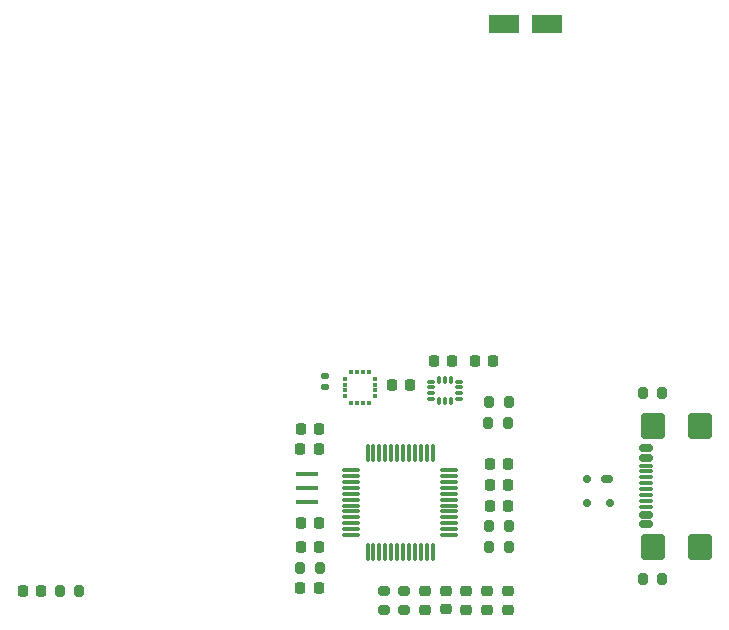
<source format=gbr>
%TF.GenerationSoftware,KiCad,Pcbnew,8.0.5-8.0.5-0~ubuntu24.04.1*%
%TF.CreationDate,2025-02-20T13:25:03+01:00*%
%TF.ProjectId,dev_board_M0,6465765f-626f-4617-9264-5f4d302e6b69,rev?*%
%TF.SameCoordinates,Original*%
%TF.FileFunction,Paste,Top*%
%TF.FilePolarity,Positive*%
%FSLAX46Y46*%
G04 Gerber Fmt 4.6, Leading zero omitted, Abs format (unit mm)*
G04 Created by KiCad (PCBNEW 8.0.5-8.0.5-0~ubuntu24.04.1) date 2025-02-20 13:25:03*
%MOMM*%
%LPD*%
G01*
G04 APERTURE LIST*
G04 Aperture macros list*
%AMRoundRect*
0 Rectangle with rounded corners*
0 $1 Rounding radius*
0 $2 $3 $4 $5 $6 $7 $8 $9 X,Y pos of 4 corners*
0 Add a 4 corners polygon primitive as box body*
4,1,4,$2,$3,$4,$5,$6,$7,$8,$9,$2,$3,0*
0 Add four circle primitives for the rounded corners*
1,1,$1+$1,$2,$3*
1,1,$1+$1,$4,$5*
1,1,$1+$1,$6,$7*
1,1,$1+$1,$8,$9*
0 Add four rect primitives between the rounded corners*
20,1,$1+$1,$2,$3,$4,$5,0*
20,1,$1+$1,$4,$5,$6,$7,0*
20,1,$1+$1,$6,$7,$8,$9,0*
20,1,$1+$1,$8,$9,$2,$3,0*%
G04 Aperture macros list end*
%ADD10RoundRect,0.218750X-0.218750X-0.256250X0.218750X-0.256250X0.218750X0.256250X-0.218750X0.256250X0*%
%ADD11RoundRect,0.200000X-0.200000X-0.275000X0.200000X-0.275000X0.200000X0.275000X-0.200000X0.275000X0*%
%ADD12RoundRect,0.225000X-0.225000X-0.250000X0.225000X-0.250000X0.225000X0.250000X-0.225000X0.250000X0*%
%ADD13RoundRect,0.250000X-1.050000X-0.550000X1.050000X-0.550000X1.050000X0.550000X-1.050000X0.550000X0*%
%ADD14RoundRect,0.225000X0.225000X0.250000X-0.225000X0.250000X-0.225000X-0.250000X0.225000X-0.250000X0*%
%ADD15RoundRect,0.200000X-0.275000X0.200000X-0.275000X-0.200000X0.275000X-0.200000X0.275000X0.200000X0*%
%ADD16RoundRect,0.075000X-0.662500X-0.075000X0.662500X-0.075000X0.662500X0.075000X-0.662500X0.075000X0*%
%ADD17RoundRect,0.075000X-0.075000X-0.662500X0.075000X-0.662500X0.075000X0.662500X-0.075000X0.662500X0*%
%ADD18RoundRect,0.087500X0.225000X0.087500X-0.225000X0.087500X-0.225000X-0.087500X0.225000X-0.087500X0*%
%ADD19RoundRect,0.087500X0.087500X0.225000X-0.087500X0.225000X-0.087500X-0.225000X0.087500X-0.225000X0*%
%ADD20RoundRect,0.175000X-0.325000X0.175000X-0.325000X-0.175000X0.325000X-0.175000X0.325000X0.175000X0*%
%ADD21RoundRect,0.150000X-0.150000X0.200000X-0.150000X-0.200000X0.150000X-0.200000X0.150000X0.200000X0*%
%ADD22RoundRect,0.250000X0.750000X-0.840000X0.750000X0.840000X-0.750000X0.840000X-0.750000X-0.840000X0*%
%ADD23RoundRect,0.150000X0.425000X-0.150000X0.425000X0.150000X-0.425000X0.150000X-0.425000X-0.150000X0*%
%ADD24RoundRect,0.075000X0.500000X-0.075000X0.500000X0.075000X-0.500000X0.075000X-0.500000X-0.075000X0*%
%ADD25RoundRect,0.218750X-0.256250X0.218750X-0.256250X-0.218750X0.256250X-0.218750X0.256250X0.218750X0*%
%ADD26RoundRect,0.140000X-0.170000X0.140000X-0.170000X-0.140000X0.170000X-0.140000X0.170000X0.140000X0*%
%ADD27R,0.450000X0.300000*%
%ADD28R,0.300000X0.450000*%
%ADD29RoundRect,0.225000X-0.250000X0.225000X-0.250000X-0.225000X0.250000X-0.225000X0.250000X0.225000X0*%
%ADD30RoundRect,0.218750X0.256250X-0.218750X0.256250X0.218750X-0.256250X0.218750X-0.256250X-0.218750X0*%
%ADD31R,1.900000X0.400000*%
%ADD32RoundRect,0.200000X0.200000X0.275000X-0.200000X0.275000X-0.200000X-0.275000X0.200000X-0.275000X0*%
G04 APERTURE END LIST*
D10*
%TO.C,D5*%
X87425000Y-86250000D03*
X89000000Y-86250000D03*
%TD*%
D11*
%TO.C,R1*%
X90562500Y-86250000D03*
X92212500Y-86250000D03*
%TD*%
%TO.C,R7*%
X126950000Y-82500000D03*
X128600000Y-82500000D03*
%TD*%
D12*
%TO.C,C20*%
X127000000Y-75500000D03*
X128550000Y-75500000D03*
%TD*%
%TO.C,C4*%
X125725000Y-66750000D03*
X127275000Y-66750000D03*
%TD*%
D13*
%TO.C,C2*%
X128200000Y-38250000D03*
X131800000Y-38250000D03*
%TD*%
D11*
%TO.C,R14*%
X139920000Y-69500000D03*
X141570000Y-69500000D03*
%TD*%
D14*
%TO.C,C18*%
X112525000Y-82500000D03*
X110975000Y-82500000D03*
%TD*%
D11*
%TO.C,R8*%
X126950000Y-80750000D03*
X128600000Y-80750000D03*
%TD*%
D15*
%TO.C,R5*%
X118000000Y-86212500D03*
X118000000Y-87862500D03*
%TD*%
D11*
%TO.C,R13*%
X139920000Y-85250000D03*
X141570000Y-85250000D03*
%TD*%
D14*
%TO.C,C21*%
X112500000Y-86000000D03*
X110950000Y-86000000D03*
%TD*%
D16*
%TO.C,U2*%
X115225000Y-76000000D03*
X115225000Y-76500000D03*
X115225000Y-77000000D03*
X115225000Y-77500000D03*
X115225000Y-78000000D03*
X115225000Y-78500000D03*
X115225000Y-79000000D03*
X115225000Y-79500000D03*
X115225000Y-80000000D03*
X115225000Y-80500000D03*
X115225000Y-81000000D03*
X115225000Y-81500000D03*
D17*
X116637500Y-82912500D03*
X117137500Y-82912500D03*
X117637500Y-82912500D03*
X118137500Y-82912500D03*
X118637500Y-82912500D03*
X119137500Y-82912500D03*
X119637500Y-82912500D03*
X120137500Y-82912500D03*
X120637500Y-82912500D03*
X121137500Y-82912500D03*
X121637500Y-82912500D03*
X122137500Y-82912500D03*
D16*
X123550000Y-81500000D03*
X123550000Y-81000000D03*
X123550000Y-80500000D03*
X123550000Y-80000000D03*
X123550000Y-79500000D03*
X123550000Y-79000000D03*
X123550000Y-78500000D03*
X123550000Y-78000000D03*
X123550000Y-77500000D03*
X123550000Y-77000000D03*
X123550000Y-76500000D03*
X123550000Y-76000000D03*
D17*
X122137500Y-74587500D03*
X121637500Y-74587500D03*
X121137500Y-74587500D03*
X120637500Y-74587500D03*
X120137500Y-74587500D03*
X119637500Y-74587500D03*
X119137500Y-74587500D03*
X118637500Y-74587500D03*
X118137500Y-74587500D03*
X117637500Y-74587500D03*
X117137500Y-74587500D03*
X116637500Y-74587500D03*
%TD*%
D14*
%TO.C,C15*%
X112500000Y-74250000D03*
X110950000Y-74250000D03*
%TD*%
D18*
%TO.C,U1*%
X124375000Y-70000000D03*
X124375000Y-69500000D03*
X124375000Y-69000000D03*
X124375000Y-68500000D03*
D19*
X123712500Y-68337500D03*
X123212500Y-68337500D03*
X122712500Y-68337500D03*
D18*
X122050000Y-68500000D03*
X122050000Y-69000000D03*
X122050000Y-69500000D03*
X122050000Y-70000000D03*
D19*
X122712500Y-70162500D03*
X123212500Y-70162500D03*
X123712500Y-70162500D03*
%TD*%
D20*
%TO.C,D6*%
X136945000Y-76750000D03*
D21*
X135245000Y-76750000D03*
X135245000Y-78750000D03*
X137145000Y-78750000D03*
%TD*%
D22*
%TO.C,J1*%
X144750000Y-72250000D03*
X140820000Y-72250000D03*
X144750000Y-82470000D03*
X140820000Y-82470000D03*
D23*
X140245000Y-80560000D03*
X140245000Y-79760000D03*
D24*
X140245000Y-79110000D03*
X140245000Y-78110000D03*
X140245000Y-76610000D03*
X140245000Y-75610000D03*
D23*
X140245000Y-74960000D03*
X140245000Y-74160000D03*
X140245000Y-74160000D03*
X140245000Y-74960000D03*
D24*
X140245000Y-76110000D03*
X140245000Y-77110000D03*
X140245000Y-77610000D03*
X140245000Y-78610000D03*
D23*
X140245000Y-79760000D03*
X140245000Y-80560000D03*
%TD*%
D12*
%TO.C,C13*%
X126975000Y-79000000D03*
X128525000Y-79000000D03*
%TD*%
D25*
%TO.C,D3*%
X121500000Y-86250000D03*
X121500000Y-87825000D03*
%TD*%
D11*
%TO.C,R3*%
X126850000Y-72000000D03*
X128500000Y-72000000D03*
%TD*%
D26*
%TO.C,C1*%
X113000000Y-68040000D03*
X113000000Y-69000000D03*
%TD*%
D12*
%TO.C,C3*%
X118700000Y-68750000D03*
X120250000Y-68750000D03*
%TD*%
D11*
%TO.C,R4*%
X126925000Y-70250000D03*
X128575000Y-70250000D03*
%TD*%
D14*
%TO.C,C17*%
X112550000Y-80500000D03*
X111000000Y-80500000D03*
%TD*%
D27*
%TO.C,U3*%
X117250000Y-69750000D03*
X117250000Y-69250000D03*
X117250000Y-68750000D03*
X117250000Y-68250000D03*
D28*
X116725000Y-67725000D03*
X116225000Y-67725000D03*
X115725000Y-67725000D03*
X115225000Y-67725000D03*
D27*
X114700000Y-68250000D03*
X114700000Y-68750000D03*
X114700000Y-69250000D03*
X114700000Y-69750000D03*
D28*
X115225000Y-70275000D03*
X115725000Y-70275000D03*
X116225000Y-70275000D03*
X116725000Y-70275000D03*
%TD*%
D29*
%TO.C,C14*%
X123250000Y-86225000D03*
X123250000Y-87775000D03*
%TD*%
D12*
%TO.C,C19*%
X127000000Y-77250000D03*
X128550000Y-77250000D03*
%TD*%
D14*
%TO.C,C16*%
X112550000Y-72500000D03*
X111000000Y-72500000D03*
%TD*%
D15*
%TO.C,R6*%
X119750000Y-86212500D03*
X119750000Y-87862500D03*
%TD*%
D30*
%TO.C,D2*%
X126750000Y-87825000D03*
X126750000Y-86250000D03*
%TD*%
D31*
%TO.C,Y2*%
X111550000Y-76300000D03*
X111550000Y-77500000D03*
X111550000Y-78700000D03*
%TD*%
D30*
%TO.C,D1*%
X128500000Y-87825000D03*
X128500000Y-86250000D03*
%TD*%
D12*
%TO.C,C5*%
X122225000Y-66750000D03*
X123775000Y-66750000D03*
%TD*%
D32*
%TO.C,R2*%
X112575000Y-84250000D03*
X110925000Y-84250000D03*
%TD*%
D25*
%TO.C,D4*%
X125000000Y-86250000D03*
X125000000Y-87825000D03*
%TD*%
M02*

</source>
